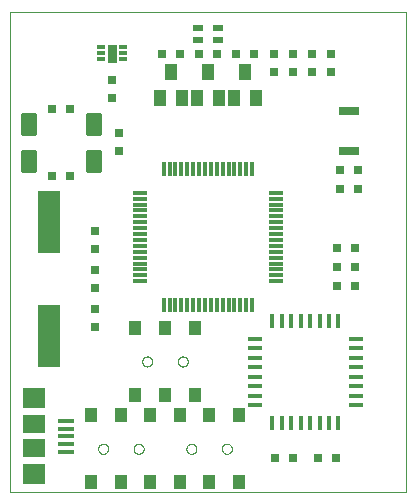
<source format=gtp>
G75*
%MOIN*%
%OFA0B0*%
%FSLAX25Y25*%
%IPPOS*%
%LPD*%
%AMOC8*
5,1,8,0,0,1.08239X$1,22.5*
%
%ADD10C,0.00000*%
%ADD11R,0.03150X0.03150*%
%ADD12R,0.03346X0.01969*%
%ADD13R,0.04724X0.01181*%
%ADD14R,0.01181X0.04724*%
%ADD15R,0.03937X0.05512*%
%ADD16C,0.01535*%
%ADD17R,0.07600X0.21000*%
%ADD18R,0.06693X0.03150*%
%ADD19R,0.05315X0.01575*%
%ADD20R,0.07480X0.05906*%
%ADD21R,0.07480X0.07087*%
%ADD22R,0.01575X0.04724*%
%ADD23R,0.04724X0.01575*%
%ADD24R,0.03937X0.04528*%
%ADD25C,0.00100*%
%ADD26R,0.02769X0.01181*%
D10*
X0038342Y0011500D02*
X0038342Y0171500D01*
X0170342Y0171500D01*
X0170342Y0011500D01*
X0038342Y0011500D01*
X0067763Y0025900D02*
X0067765Y0025981D01*
X0067771Y0026063D01*
X0067781Y0026144D01*
X0067795Y0026224D01*
X0067812Y0026303D01*
X0067834Y0026382D01*
X0067859Y0026459D01*
X0067888Y0026536D01*
X0067921Y0026610D01*
X0067958Y0026683D01*
X0067997Y0026754D01*
X0068041Y0026823D01*
X0068087Y0026890D01*
X0068137Y0026954D01*
X0068190Y0027016D01*
X0068246Y0027076D01*
X0068304Y0027132D01*
X0068366Y0027186D01*
X0068430Y0027237D01*
X0068496Y0027284D01*
X0068564Y0027328D01*
X0068635Y0027369D01*
X0068707Y0027406D01*
X0068782Y0027440D01*
X0068857Y0027470D01*
X0068935Y0027496D01*
X0069013Y0027519D01*
X0069092Y0027537D01*
X0069172Y0027552D01*
X0069253Y0027563D01*
X0069334Y0027570D01*
X0069416Y0027573D01*
X0069497Y0027572D01*
X0069578Y0027567D01*
X0069659Y0027558D01*
X0069740Y0027545D01*
X0069820Y0027528D01*
X0069898Y0027508D01*
X0069976Y0027483D01*
X0070053Y0027455D01*
X0070128Y0027423D01*
X0070201Y0027388D01*
X0070272Y0027349D01*
X0070342Y0027306D01*
X0070409Y0027261D01*
X0070475Y0027212D01*
X0070537Y0027160D01*
X0070597Y0027104D01*
X0070654Y0027046D01*
X0070709Y0026986D01*
X0070760Y0026922D01*
X0070808Y0026857D01*
X0070853Y0026789D01*
X0070895Y0026719D01*
X0070933Y0026647D01*
X0070968Y0026573D01*
X0070999Y0026498D01*
X0071026Y0026421D01*
X0071049Y0026343D01*
X0071069Y0026264D01*
X0071085Y0026184D01*
X0071097Y0026103D01*
X0071105Y0026022D01*
X0071109Y0025941D01*
X0071109Y0025859D01*
X0071105Y0025778D01*
X0071097Y0025697D01*
X0071085Y0025616D01*
X0071069Y0025536D01*
X0071049Y0025457D01*
X0071026Y0025379D01*
X0070999Y0025302D01*
X0070968Y0025227D01*
X0070933Y0025153D01*
X0070895Y0025081D01*
X0070853Y0025011D01*
X0070808Y0024943D01*
X0070760Y0024878D01*
X0070709Y0024814D01*
X0070654Y0024754D01*
X0070597Y0024696D01*
X0070537Y0024640D01*
X0070475Y0024588D01*
X0070409Y0024539D01*
X0070342Y0024494D01*
X0070273Y0024451D01*
X0070201Y0024412D01*
X0070128Y0024377D01*
X0070053Y0024345D01*
X0069976Y0024317D01*
X0069898Y0024292D01*
X0069820Y0024272D01*
X0069740Y0024255D01*
X0069659Y0024242D01*
X0069578Y0024233D01*
X0069497Y0024228D01*
X0069416Y0024227D01*
X0069334Y0024230D01*
X0069253Y0024237D01*
X0069172Y0024248D01*
X0069092Y0024263D01*
X0069013Y0024281D01*
X0068935Y0024304D01*
X0068857Y0024330D01*
X0068782Y0024360D01*
X0068707Y0024394D01*
X0068635Y0024431D01*
X0068564Y0024472D01*
X0068496Y0024516D01*
X0068430Y0024563D01*
X0068366Y0024614D01*
X0068304Y0024668D01*
X0068246Y0024724D01*
X0068190Y0024784D01*
X0068137Y0024846D01*
X0068087Y0024910D01*
X0068041Y0024977D01*
X0067997Y0025046D01*
X0067958Y0025117D01*
X0067921Y0025190D01*
X0067888Y0025264D01*
X0067859Y0025341D01*
X0067834Y0025418D01*
X0067812Y0025497D01*
X0067795Y0025576D01*
X0067781Y0025656D01*
X0067771Y0025737D01*
X0067765Y0025819D01*
X0067763Y0025900D01*
X0079574Y0025900D02*
X0079576Y0025981D01*
X0079582Y0026063D01*
X0079592Y0026144D01*
X0079606Y0026224D01*
X0079623Y0026303D01*
X0079645Y0026382D01*
X0079670Y0026459D01*
X0079699Y0026536D01*
X0079732Y0026610D01*
X0079769Y0026683D01*
X0079808Y0026754D01*
X0079852Y0026823D01*
X0079898Y0026890D01*
X0079948Y0026954D01*
X0080001Y0027016D01*
X0080057Y0027076D01*
X0080115Y0027132D01*
X0080177Y0027186D01*
X0080241Y0027237D01*
X0080307Y0027284D01*
X0080375Y0027328D01*
X0080446Y0027369D01*
X0080518Y0027406D01*
X0080593Y0027440D01*
X0080668Y0027470D01*
X0080746Y0027496D01*
X0080824Y0027519D01*
X0080903Y0027537D01*
X0080983Y0027552D01*
X0081064Y0027563D01*
X0081145Y0027570D01*
X0081227Y0027573D01*
X0081308Y0027572D01*
X0081389Y0027567D01*
X0081470Y0027558D01*
X0081551Y0027545D01*
X0081631Y0027528D01*
X0081709Y0027508D01*
X0081787Y0027483D01*
X0081864Y0027455D01*
X0081939Y0027423D01*
X0082012Y0027388D01*
X0082083Y0027349D01*
X0082153Y0027306D01*
X0082220Y0027261D01*
X0082286Y0027212D01*
X0082348Y0027160D01*
X0082408Y0027104D01*
X0082465Y0027046D01*
X0082520Y0026986D01*
X0082571Y0026922D01*
X0082619Y0026857D01*
X0082664Y0026789D01*
X0082706Y0026719D01*
X0082744Y0026647D01*
X0082779Y0026573D01*
X0082810Y0026498D01*
X0082837Y0026421D01*
X0082860Y0026343D01*
X0082880Y0026264D01*
X0082896Y0026184D01*
X0082908Y0026103D01*
X0082916Y0026022D01*
X0082920Y0025941D01*
X0082920Y0025859D01*
X0082916Y0025778D01*
X0082908Y0025697D01*
X0082896Y0025616D01*
X0082880Y0025536D01*
X0082860Y0025457D01*
X0082837Y0025379D01*
X0082810Y0025302D01*
X0082779Y0025227D01*
X0082744Y0025153D01*
X0082706Y0025081D01*
X0082664Y0025011D01*
X0082619Y0024943D01*
X0082571Y0024878D01*
X0082520Y0024814D01*
X0082465Y0024754D01*
X0082408Y0024696D01*
X0082348Y0024640D01*
X0082286Y0024588D01*
X0082220Y0024539D01*
X0082153Y0024494D01*
X0082084Y0024451D01*
X0082012Y0024412D01*
X0081939Y0024377D01*
X0081864Y0024345D01*
X0081787Y0024317D01*
X0081709Y0024292D01*
X0081631Y0024272D01*
X0081551Y0024255D01*
X0081470Y0024242D01*
X0081389Y0024233D01*
X0081308Y0024228D01*
X0081227Y0024227D01*
X0081145Y0024230D01*
X0081064Y0024237D01*
X0080983Y0024248D01*
X0080903Y0024263D01*
X0080824Y0024281D01*
X0080746Y0024304D01*
X0080668Y0024330D01*
X0080593Y0024360D01*
X0080518Y0024394D01*
X0080446Y0024431D01*
X0080375Y0024472D01*
X0080307Y0024516D01*
X0080241Y0024563D01*
X0080177Y0024614D01*
X0080115Y0024668D01*
X0080057Y0024724D01*
X0080001Y0024784D01*
X0079948Y0024846D01*
X0079898Y0024910D01*
X0079852Y0024977D01*
X0079808Y0025046D01*
X0079769Y0025117D01*
X0079732Y0025190D01*
X0079699Y0025264D01*
X0079670Y0025341D01*
X0079645Y0025418D01*
X0079623Y0025497D01*
X0079606Y0025576D01*
X0079592Y0025656D01*
X0079582Y0025737D01*
X0079576Y0025819D01*
X0079574Y0025900D01*
X0097163Y0025900D02*
X0097165Y0025981D01*
X0097171Y0026063D01*
X0097181Y0026144D01*
X0097195Y0026224D01*
X0097212Y0026303D01*
X0097234Y0026382D01*
X0097259Y0026459D01*
X0097288Y0026536D01*
X0097321Y0026610D01*
X0097358Y0026683D01*
X0097397Y0026754D01*
X0097441Y0026823D01*
X0097487Y0026890D01*
X0097537Y0026954D01*
X0097590Y0027016D01*
X0097646Y0027076D01*
X0097704Y0027132D01*
X0097766Y0027186D01*
X0097830Y0027237D01*
X0097896Y0027284D01*
X0097964Y0027328D01*
X0098035Y0027369D01*
X0098107Y0027406D01*
X0098182Y0027440D01*
X0098257Y0027470D01*
X0098335Y0027496D01*
X0098413Y0027519D01*
X0098492Y0027537D01*
X0098572Y0027552D01*
X0098653Y0027563D01*
X0098734Y0027570D01*
X0098816Y0027573D01*
X0098897Y0027572D01*
X0098978Y0027567D01*
X0099059Y0027558D01*
X0099140Y0027545D01*
X0099220Y0027528D01*
X0099298Y0027508D01*
X0099376Y0027483D01*
X0099453Y0027455D01*
X0099528Y0027423D01*
X0099601Y0027388D01*
X0099672Y0027349D01*
X0099742Y0027306D01*
X0099809Y0027261D01*
X0099875Y0027212D01*
X0099937Y0027160D01*
X0099997Y0027104D01*
X0100054Y0027046D01*
X0100109Y0026986D01*
X0100160Y0026922D01*
X0100208Y0026857D01*
X0100253Y0026789D01*
X0100295Y0026719D01*
X0100333Y0026647D01*
X0100368Y0026573D01*
X0100399Y0026498D01*
X0100426Y0026421D01*
X0100449Y0026343D01*
X0100469Y0026264D01*
X0100485Y0026184D01*
X0100497Y0026103D01*
X0100505Y0026022D01*
X0100509Y0025941D01*
X0100509Y0025859D01*
X0100505Y0025778D01*
X0100497Y0025697D01*
X0100485Y0025616D01*
X0100469Y0025536D01*
X0100449Y0025457D01*
X0100426Y0025379D01*
X0100399Y0025302D01*
X0100368Y0025227D01*
X0100333Y0025153D01*
X0100295Y0025081D01*
X0100253Y0025011D01*
X0100208Y0024943D01*
X0100160Y0024878D01*
X0100109Y0024814D01*
X0100054Y0024754D01*
X0099997Y0024696D01*
X0099937Y0024640D01*
X0099875Y0024588D01*
X0099809Y0024539D01*
X0099742Y0024494D01*
X0099673Y0024451D01*
X0099601Y0024412D01*
X0099528Y0024377D01*
X0099453Y0024345D01*
X0099376Y0024317D01*
X0099298Y0024292D01*
X0099220Y0024272D01*
X0099140Y0024255D01*
X0099059Y0024242D01*
X0098978Y0024233D01*
X0098897Y0024228D01*
X0098816Y0024227D01*
X0098734Y0024230D01*
X0098653Y0024237D01*
X0098572Y0024248D01*
X0098492Y0024263D01*
X0098413Y0024281D01*
X0098335Y0024304D01*
X0098257Y0024330D01*
X0098182Y0024360D01*
X0098107Y0024394D01*
X0098035Y0024431D01*
X0097964Y0024472D01*
X0097896Y0024516D01*
X0097830Y0024563D01*
X0097766Y0024614D01*
X0097704Y0024668D01*
X0097646Y0024724D01*
X0097590Y0024784D01*
X0097537Y0024846D01*
X0097487Y0024910D01*
X0097441Y0024977D01*
X0097397Y0025046D01*
X0097358Y0025117D01*
X0097321Y0025190D01*
X0097288Y0025264D01*
X0097259Y0025341D01*
X0097234Y0025418D01*
X0097212Y0025497D01*
X0097195Y0025576D01*
X0097181Y0025656D01*
X0097171Y0025737D01*
X0097165Y0025819D01*
X0097163Y0025900D01*
X0108974Y0025900D02*
X0108976Y0025981D01*
X0108982Y0026063D01*
X0108992Y0026144D01*
X0109006Y0026224D01*
X0109023Y0026303D01*
X0109045Y0026382D01*
X0109070Y0026459D01*
X0109099Y0026536D01*
X0109132Y0026610D01*
X0109169Y0026683D01*
X0109208Y0026754D01*
X0109252Y0026823D01*
X0109298Y0026890D01*
X0109348Y0026954D01*
X0109401Y0027016D01*
X0109457Y0027076D01*
X0109515Y0027132D01*
X0109577Y0027186D01*
X0109641Y0027237D01*
X0109707Y0027284D01*
X0109775Y0027328D01*
X0109846Y0027369D01*
X0109918Y0027406D01*
X0109993Y0027440D01*
X0110068Y0027470D01*
X0110146Y0027496D01*
X0110224Y0027519D01*
X0110303Y0027537D01*
X0110383Y0027552D01*
X0110464Y0027563D01*
X0110545Y0027570D01*
X0110627Y0027573D01*
X0110708Y0027572D01*
X0110789Y0027567D01*
X0110870Y0027558D01*
X0110951Y0027545D01*
X0111031Y0027528D01*
X0111109Y0027508D01*
X0111187Y0027483D01*
X0111264Y0027455D01*
X0111339Y0027423D01*
X0111412Y0027388D01*
X0111483Y0027349D01*
X0111553Y0027306D01*
X0111620Y0027261D01*
X0111686Y0027212D01*
X0111748Y0027160D01*
X0111808Y0027104D01*
X0111865Y0027046D01*
X0111920Y0026986D01*
X0111971Y0026922D01*
X0112019Y0026857D01*
X0112064Y0026789D01*
X0112106Y0026719D01*
X0112144Y0026647D01*
X0112179Y0026573D01*
X0112210Y0026498D01*
X0112237Y0026421D01*
X0112260Y0026343D01*
X0112280Y0026264D01*
X0112296Y0026184D01*
X0112308Y0026103D01*
X0112316Y0026022D01*
X0112320Y0025941D01*
X0112320Y0025859D01*
X0112316Y0025778D01*
X0112308Y0025697D01*
X0112296Y0025616D01*
X0112280Y0025536D01*
X0112260Y0025457D01*
X0112237Y0025379D01*
X0112210Y0025302D01*
X0112179Y0025227D01*
X0112144Y0025153D01*
X0112106Y0025081D01*
X0112064Y0025011D01*
X0112019Y0024943D01*
X0111971Y0024878D01*
X0111920Y0024814D01*
X0111865Y0024754D01*
X0111808Y0024696D01*
X0111748Y0024640D01*
X0111686Y0024588D01*
X0111620Y0024539D01*
X0111553Y0024494D01*
X0111484Y0024451D01*
X0111412Y0024412D01*
X0111339Y0024377D01*
X0111264Y0024345D01*
X0111187Y0024317D01*
X0111109Y0024292D01*
X0111031Y0024272D01*
X0110951Y0024255D01*
X0110870Y0024242D01*
X0110789Y0024233D01*
X0110708Y0024228D01*
X0110627Y0024227D01*
X0110545Y0024230D01*
X0110464Y0024237D01*
X0110383Y0024248D01*
X0110303Y0024263D01*
X0110224Y0024281D01*
X0110146Y0024304D01*
X0110068Y0024330D01*
X0109993Y0024360D01*
X0109918Y0024394D01*
X0109846Y0024431D01*
X0109775Y0024472D01*
X0109707Y0024516D01*
X0109641Y0024563D01*
X0109577Y0024614D01*
X0109515Y0024668D01*
X0109457Y0024724D01*
X0109401Y0024784D01*
X0109348Y0024846D01*
X0109298Y0024910D01*
X0109252Y0024977D01*
X0109208Y0025046D01*
X0109169Y0025117D01*
X0109132Y0025190D01*
X0109099Y0025264D01*
X0109070Y0025341D01*
X0109045Y0025418D01*
X0109023Y0025497D01*
X0109006Y0025576D01*
X0108992Y0025656D01*
X0108982Y0025737D01*
X0108976Y0025819D01*
X0108974Y0025900D01*
X0094274Y0055000D02*
X0094276Y0055081D01*
X0094282Y0055163D01*
X0094292Y0055244D01*
X0094306Y0055324D01*
X0094323Y0055403D01*
X0094345Y0055482D01*
X0094370Y0055559D01*
X0094399Y0055636D01*
X0094432Y0055710D01*
X0094469Y0055783D01*
X0094508Y0055854D01*
X0094552Y0055923D01*
X0094598Y0055990D01*
X0094648Y0056054D01*
X0094701Y0056116D01*
X0094757Y0056176D01*
X0094815Y0056232D01*
X0094877Y0056286D01*
X0094941Y0056337D01*
X0095007Y0056384D01*
X0095075Y0056428D01*
X0095146Y0056469D01*
X0095218Y0056506D01*
X0095293Y0056540D01*
X0095368Y0056570D01*
X0095446Y0056596D01*
X0095524Y0056619D01*
X0095603Y0056637D01*
X0095683Y0056652D01*
X0095764Y0056663D01*
X0095845Y0056670D01*
X0095927Y0056673D01*
X0096008Y0056672D01*
X0096089Y0056667D01*
X0096170Y0056658D01*
X0096251Y0056645D01*
X0096331Y0056628D01*
X0096409Y0056608D01*
X0096487Y0056583D01*
X0096564Y0056555D01*
X0096639Y0056523D01*
X0096712Y0056488D01*
X0096783Y0056449D01*
X0096853Y0056406D01*
X0096920Y0056361D01*
X0096986Y0056312D01*
X0097048Y0056260D01*
X0097108Y0056204D01*
X0097165Y0056146D01*
X0097220Y0056086D01*
X0097271Y0056022D01*
X0097319Y0055957D01*
X0097364Y0055889D01*
X0097406Y0055819D01*
X0097444Y0055747D01*
X0097479Y0055673D01*
X0097510Y0055598D01*
X0097537Y0055521D01*
X0097560Y0055443D01*
X0097580Y0055364D01*
X0097596Y0055284D01*
X0097608Y0055203D01*
X0097616Y0055122D01*
X0097620Y0055041D01*
X0097620Y0054959D01*
X0097616Y0054878D01*
X0097608Y0054797D01*
X0097596Y0054716D01*
X0097580Y0054636D01*
X0097560Y0054557D01*
X0097537Y0054479D01*
X0097510Y0054402D01*
X0097479Y0054327D01*
X0097444Y0054253D01*
X0097406Y0054181D01*
X0097364Y0054111D01*
X0097319Y0054043D01*
X0097271Y0053978D01*
X0097220Y0053914D01*
X0097165Y0053854D01*
X0097108Y0053796D01*
X0097048Y0053740D01*
X0096986Y0053688D01*
X0096920Y0053639D01*
X0096853Y0053594D01*
X0096784Y0053551D01*
X0096712Y0053512D01*
X0096639Y0053477D01*
X0096564Y0053445D01*
X0096487Y0053417D01*
X0096409Y0053392D01*
X0096331Y0053372D01*
X0096251Y0053355D01*
X0096170Y0053342D01*
X0096089Y0053333D01*
X0096008Y0053328D01*
X0095927Y0053327D01*
X0095845Y0053330D01*
X0095764Y0053337D01*
X0095683Y0053348D01*
X0095603Y0053363D01*
X0095524Y0053381D01*
X0095446Y0053404D01*
X0095368Y0053430D01*
X0095293Y0053460D01*
X0095218Y0053494D01*
X0095146Y0053531D01*
X0095075Y0053572D01*
X0095007Y0053616D01*
X0094941Y0053663D01*
X0094877Y0053714D01*
X0094815Y0053768D01*
X0094757Y0053824D01*
X0094701Y0053884D01*
X0094648Y0053946D01*
X0094598Y0054010D01*
X0094552Y0054077D01*
X0094508Y0054146D01*
X0094469Y0054217D01*
X0094432Y0054290D01*
X0094399Y0054364D01*
X0094370Y0054441D01*
X0094345Y0054518D01*
X0094323Y0054597D01*
X0094306Y0054676D01*
X0094292Y0054756D01*
X0094282Y0054837D01*
X0094276Y0054919D01*
X0094274Y0055000D01*
X0082463Y0055000D02*
X0082465Y0055081D01*
X0082471Y0055163D01*
X0082481Y0055244D01*
X0082495Y0055324D01*
X0082512Y0055403D01*
X0082534Y0055482D01*
X0082559Y0055559D01*
X0082588Y0055636D01*
X0082621Y0055710D01*
X0082658Y0055783D01*
X0082697Y0055854D01*
X0082741Y0055923D01*
X0082787Y0055990D01*
X0082837Y0056054D01*
X0082890Y0056116D01*
X0082946Y0056176D01*
X0083004Y0056232D01*
X0083066Y0056286D01*
X0083130Y0056337D01*
X0083196Y0056384D01*
X0083264Y0056428D01*
X0083335Y0056469D01*
X0083407Y0056506D01*
X0083482Y0056540D01*
X0083557Y0056570D01*
X0083635Y0056596D01*
X0083713Y0056619D01*
X0083792Y0056637D01*
X0083872Y0056652D01*
X0083953Y0056663D01*
X0084034Y0056670D01*
X0084116Y0056673D01*
X0084197Y0056672D01*
X0084278Y0056667D01*
X0084359Y0056658D01*
X0084440Y0056645D01*
X0084520Y0056628D01*
X0084598Y0056608D01*
X0084676Y0056583D01*
X0084753Y0056555D01*
X0084828Y0056523D01*
X0084901Y0056488D01*
X0084972Y0056449D01*
X0085042Y0056406D01*
X0085109Y0056361D01*
X0085175Y0056312D01*
X0085237Y0056260D01*
X0085297Y0056204D01*
X0085354Y0056146D01*
X0085409Y0056086D01*
X0085460Y0056022D01*
X0085508Y0055957D01*
X0085553Y0055889D01*
X0085595Y0055819D01*
X0085633Y0055747D01*
X0085668Y0055673D01*
X0085699Y0055598D01*
X0085726Y0055521D01*
X0085749Y0055443D01*
X0085769Y0055364D01*
X0085785Y0055284D01*
X0085797Y0055203D01*
X0085805Y0055122D01*
X0085809Y0055041D01*
X0085809Y0054959D01*
X0085805Y0054878D01*
X0085797Y0054797D01*
X0085785Y0054716D01*
X0085769Y0054636D01*
X0085749Y0054557D01*
X0085726Y0054479D01*
X0085699Y0054402D01*
X0085668Y0054327D01*
X0085633Y0054253D01*
X0085595Y0054181D01*
X0085553Y0054111D01*
X0085508Y0054043D01*
X0085460Y0053978D01*
X0085409Y0053914D01*
X0085354Y0053854D01*
X0085297Y0053796D01*
X0085237Y0053740D01*
X0085175Y0053688D01*
X0085109Y0053639D01*
X0085042Y0053594D01*
X0084973Y0053551D01*
X0084901Y0053512D01*
X0084828Y0053477D01*
X0084753Y0053445D01*
X0084676Y0053417D01*
X0084598Y0053392D01*
X0084520Y0053372D01*
X0084440Y0053355D01*
X0084359Y0053342D01*
X0084278Y0053333D01*
X0084197Y0053328D01*
X0084116Y0053327D01*
X0084034Y0053330D01*
X0083953Y0053337D01*
X0083872Y0053348D01*
X0083792Y0053363D01*
X0083713Y0053381D01*
X0083635Y0053404D01*
X0083557Y0053430D01*
X0083482Y0053460D01*
X0083407Y0053494D01*
X0083335Y0053531D01*
X0083264Y0053572D01*
X0083196Y0053616D01*
X0083130Y0053663D01*
X0083066Y0053714D01*
X0083004Y0053768D01*
X0082946Y0053824D01*
X0082890Y0053884D01*
X0082837Y0053946D01*
X0082787Y0054010D01*
X0082741Y0054077D01*
X0082697Y0054146D01*
X0082658Y0054217D01*
X0082621Y0054290D01*
X0082588Y0054364D01*
X0082559Y0054441D01*
X0082534Y0054518D01*
X0082512Y0054597D01*
X0082495Y0054676D01*
X0082481Y0054756D01*
X0082471Y0054837D01*
X0082465Y0054919D01*
X0082463Y0055000D01*
D11*
X0066742Y0066600D03*
X0066742Y0072600D03*
X0066742Y0079400D03*
X0066742Y0085400D03*
X0066742Y0092400D03*
X0066742Y0098400D03*
X0058342Y0116900D03*
X0052342Y0116900D03*
X0052342Y0139100D03*
X0058342Y0139100D03*
X0072342Y0142947D03*
X0072342Y0148853D03*
X0074742Y0131000D03*
X0074742Y0125000D03*
X0089042Y0157600D03*
X0095042Y0157600D03*
X0101342Y0157600D03*
X0107342Y0157600D03*
X0113642Y0157600D03*
X0119642Y0157600D03*
X0126442Y0157600D03*
X0126442Y0151600D03*
X0132742Y0151600D03*
X0132742Y0157600D03*
X0139042Y0157600D03*
X0139042Y0151600D03*
X0145342Y0151600D03*
X0145342Y0157600D03*
X0148342Y0118800D03*
X0154342Y0118800D03*
X0154342Y0112500D03*
X0148342Y0112500D03*
X0147242Y0092800D03*
X0147242Y0086500D03*
X0147242Y0080200D03*
X0153242Y0080200D03*
X0153242Y0086500D03*
X0153242Y0092800D03*
X0146895Y0022900D03*
X0140989Y0022900D03*
X0132695Y0022900D03*
X0126789Y0022900D03*
D12*
X0107787Y0162231D03*
X0107787Y0166169D03*
X0100897Y0166169D03*
X0100897Y0162231D03*
D13*
X0081704Y0111264D03*
X0081704Y0109295D03*
X0081704Y0107327D03*
X0081704Y0105358D03*
X0081704Y0103390D03*
X0081704Y0101421D03*
X0081704Y0099453D03*
X0081704Y0097484D03*
X0081704Y0095516D03*
X0081704Y0093547D03*
X0081704Y0091579D03*
X0081704Y0089610D03*
X0081704Y0087642D03*
X0081704Y0085673D03*
X0081704Y0083705D03*
X0081704Y0081736D03*
X0126980Y0081736D03*
X0126980Y0083705D03*
X0126980Y0085673D03*
X0126980Y0087642D03*
X0126980Y0089610D03*
X0126980Y0091579D03*
X0126980Y0093547D03*
X0126980Y0095516D03*
X0126980Y0097484D03*
X0126980Y0099453D03*
X0126980Y0101421D03*
X0126980Y0103390D03*
X0126980Y0105358D03*
X0126980Y0107327D03*
X0126980Y0109295D03*
X0126980Y0111264D03*
D14*
X0119106Y0119138D03*
X0117137Y0119138D03*
X0115169Y0119138D03*
X0113200Y0119138D03*
X0111232Y0119138D03*
X0109263Y0119138D03*
X0107295Y0119138D03*
X0105326Y0119138D03*
X0103358Y0119138D03*
X0101389Y0119138D03*
X0099421Y0119138D03*
X0097452Y0119138D03*
X0095484Y0119138D03*
X0093515Y0119138D03*
X0091547Y0119138D03*
X0089578Y0119138D03*
X0089578Y0073862D03*
X0091547Y0073862D03*
X0093515Y0073862D03*
X0095484Y0073862D03*
X0097452Y0073862D03*
X0099421Y0073862D03*
X0101389Y0073862D03*
X0103358Y0073862D03*
X0105326Y0073862D03*
X0107295Y0073862D03*
X0109263Y0073862D03*
X0111232Y0073862D03*
X0113200Y0073862D03*
X0115169Y0073862D03*
X0117137Y0073862D03*
X0119106Y0073862D03*
D15*
X0120382Y0142769D03*
X0112902Y0142769D03*
X0108082Y0142769D03*
X0104342Y0151431D03*
X0100602Y0142769D03*
X0095782Y0142769D03*
X0088302Y0142769D03*
X0092042Y0151431D03*
X0116642Y0151431D03*
D16*
X0067961Y0137272D02*
X0064377Y0137272D01*
X0067961Y0137272D02*
X0067961Y0131326D01*
X0064377Y0131326D01*
X0064377Y0137272D01*
X0064377Y0132860D02*
X0067961Y0132860D01*
X0067961Y0134394D02*
X0064377Y0134394D01*
X0064377Y0135928D02*
X0067961Y0135928D01*
X0067961Y0124674D02*
X0064377Y0124674D01*
X0067961Y0124674D02*
X0067961Y0118728D01*
X0064377Y0118728D01*
X0064377Y0124674D01*
X0064377Y0120262D02*
X0067961Y0120262D01*
X0067961Y0121796D02*
X0064377Y0121796D01*
X0064377Y0123330D02*
X0067961Y0123330D01*
X0046307Y0124674D02*
X0042723Y0124674D01*
X0046307Y0124674D02*
X0046307Y0118728D01*
X0042723Y0118728D01*
X0042723Y0124674D01*
X0042723Y0120262D02*
X0046307Y0120262D01*
X0046307Y0121796D02*
X0042723Y0121796D01*
X0042723Y0123330D02*
X0046307Y0123330D01*
X0046307Y0137272D02*
X0042723Y0137272D01*
X0046307Y0137272D02*
X0046307Y0131326D01*
X0042723Y0131326D01*
X0042723Y0137272D01*
X0042723Y0132860D02*
X0046307Y0132860D01*
X0046307Y0134394D02*
X0042723Y0134394D01*
X0042723Y0135928D02*
X0046307Y0135928D01*
D17*
X0051342Y0101400D03*
X0051342Y0063400D03*
D18*
X0151342Y0125107D03*
X0151342Y0138493D03*
D19*
X0056873Y0035218D03*
X0056873Y0032659D03*
X0056873Y0030100D03*
X0056873Y0027541D03*
X0056873Y0024982D03*
D20*
X0046342Y0026163D03*
X0046342Y0034037D03*
D21*
X0046342Y0042698D03*
X0046342Y0017502D03*
D22*
X0125818Y0034571D03*
X0128968Y0034571D03*
X0132117Y0034571D03*
X0135267Y0034571D03*
X0138417Y0034571D03*
X0141566Y0034571D03*
X0144716Y0034571D03*
X0147865Y0034571D03*
X0147865Y0068429D03*
X0144716Y0068429D03*
X0141566Y0068429D03*
X0138417Y0068429D03*
X0135267Y0068429D03*
X0132117Y0068429D03*
X0128968Y0068429D03*
X0125818Y0068429D03*
D23*
X0119913Y0062524D03*
X0119913Y0059374D03*
X0119913Y0056224D03*
X0119913Y0053075D03*
X0119913Y0049925D03*
X0119913Y0046776D03*
X0119913Y0043626D03*
X0119913Y0040476D03*
X0153771Y0040476D03*
X0153771Y0043626D03*
X0153771Y0046776D03*
X0153771Y0049925D03*
X0153771Y0053075D03*
X0153771Y0056224D03*
X0153771Y0059374D03*
X0153771Y0062524D03*
D24*
X0114584Y0037022D03*
X0104742Y0037022D03*
X0099884Y0043878D03*
X0094899Y0037022D03*
X0090042Y0043878D03*
X0085184Y0037022D03*
X0080199Y0043878D03*
X0075342Y0037022D03*
X0065499Y0037022D03*
X0065499Y0014778D03*
X0075342Y0014778D03*
X0085184Y0014778D03*
X0094899Y0014778D03*
X0104742Y0014778D03*
X0114584Y0014778D03*
X0099884Y0066122D03*
X0090042Y0066122D03*
X0080199Y0066122D03*
D25*
X0073543Y0154905D02*
X0071141Y0154905D01*
X0071141Y0160495D01*
X0073543Y0160495D01*
X0073543Y0154905D01*
X0073543Y0154932D02*
X0071141Y0154932D01*
X0071141Y0155031D02*
X0073543Y0155031D01*
X0073543Y0155130D02*
X0071141Y0155130D01*
X0071141Y0155228D02*
X0073543Y0155228D01*
X0073543Y0155327D02*
X0071141Y0155327D01*
X0071141Y0155425D02*
X0073543Y0155425D01*
X0073543Y0155524D02*
X0071141Y0155524D01*
X0071141Y0155622D02*
X0073543Y0155622D01*
X0073543Y0155721D02*
X0071141Y0155721D01*
X0071141Y0155819D02*
X0073543Y0155819D01*
X0073543Y0155918D02*
X0071141Y0155918D01*
X0071141Y0156016D02*
X0073543Y0156016D01*
X0073543Y0156115D02*
X0071141Y0156115D01*
X0071141Y0156213D02*
X0073543Y0156213D01*
X0073543Y0156312D02*
X0071141Y0156312D01*
X0071141Y0156410D02*
X0073543Y0156410D01*
X0073543Y0156509D02*
X0071141Y0156509D01*
X0071141Y0156607D02*
X0073543Y0156607D01*
X0073543Y0156706D02*
X0071141Y0156706D01*
X0071141Y0156804D02*
X0073543Y0156804D01*
X0073543Y0156903D02*
X0071141Y0156903D01*
X0071141Y0157001D02*
X0073543Y0157001D01*
X0073543Y0157100D02*
X0071141Y0157100D01*
X0071141Y0157198D02*
X0073543Y0157198D01*
X0073543Y0157297D02*
X0071141Y0157297D01*
X0071141Y0157395D02*
X0073543Y0157395D01*
X0073543Y0157494D02*
X0071141Y0157494D01*
X0071141Y0157592D02*
X0073543Y0157592D01*
X0073543Y0157691D02*
X0071141Y0157691D01*
X0071141Y0157789D02*
X0073543Y0157789D01*
X0073543Y0157888D02*
X0071141Y0157888D01*
X0071141Y0157986D02*
X0073543Y0157986D01*
X0073543Y0158085D02*
X0071141Y0158085D01*
X0071141Y0158183D02*
X0073543Y0158183D01*
X0073543Y0158282D02*
X0071141Y0158282D01*
X0071141Y0158380D02*
X0073543Y0158380D01*
X0073543Y0158479D02*
X0071141Y0158479D01*
X0071141Y0158577D02*
X0073543Y0158577D01*
X0073543Y0158676D02*
X0071141Y0158676D01*
X0071141Y0158774D02*
X0073543Y0158774D01*
X0073543Y0158873D02*
X0071141Y0158873D01*
X0071141Y0158971D02*
X0073543Y0158971D01*
X0073543Y0159070D02*
X0071141Y0159070D01*
X0071141Y0159168D02*
X0073543Y0159168D01*
X0073543Y0159267D02*
X0071141Y0159267D01*
X0071141Y0159365D02*
X0073543Y0159365D01*
X0073543Y0159464D02*
X0071141Y0159464D01*
X0071141Y0159563D02*
X0073543Y0159563D01*
X0073543Y0159661D02*
X0071141Y0159661D01*
X0071141Y0159760D02*
X0073543Y0159760D01*
X0073543Y0159858D02*
X0071141Y0159858D01*
X0071141Y0159957D02*
X0073543Y0159957D01*
X0073543Y0160055D02*
X0071141Y0160055D01*
X0071141Y0160154D02*
X0073543Y0160154D01*
X0073543Y0160252D02*
X0071141Y0160252D01*
X0071141Y0160351D02*
X0073543Y0160351D01*
X0073543Y0160449D02*
X0071141Y0160449D01*
D26*
X0068792Y0159669D03*
X0068792Y0157700D03*
X0068792Y0155731D03*
X0075891Y0155731D03*
X0075891Y0157700D03*
X0075891Y0159669D03*
M02*

</source>
